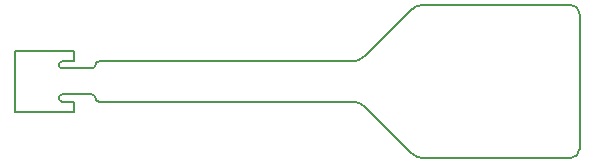
<source format=gm1>
G04 #@! TF.GenerationSoftware,KiCad,Pcbnew,(5.1.6-87-g1447494bc)*
G04 #@! TF.CreationDate,2020-12-18T18:28:38-06:00*
G04 #@! TF.ProjectId,mff2-to-4ffnano,6d666632-2d74-46f2-9d34-66666e616e6f,v1.0*
G04 #@! TF.SameCoordinates,Original*
G04 #@! TF.FileFunction,Profile,NP*
%FSLAX46Y46*%
G04 Gerber Fmt 4.6, Leading zero omitted, Abs format (unit mm)*
G04 Created by KiCad (PCBNEW (5.1.6-87-g1447494bc)) date 2020-12-18 18:28:38*
%MOMM*%
%LPD*%
G01*
G04 APERTURE LIST*
G04 #@! TA.AperFunction,Profile*
%ADD10C,0.150000*%
G04 #@! TD*
G04 APERTURE END LIST*
D10*
X165700000Y-136600000D02*
G75*
G02*
X164900000Y-137400000I-800000J0D01*
G01*
X164900000Y-124400000D02*
G75*
G02*
X165700000Y-125200000I0J-800000D01*
G01*
X152525000Y-137400000D02*
G75*
G02*
X151464341Y-136971930I0J1528069D01*
G01*
X146439340Y-132600000D02*
G75*
G02*
X147499999Y-133028070I0J-1528069D01*
G01*
X151439340Y-124839340D02*
G75*
G02*
X152500000Y-124400000I1060660J-1060660D01*
G01*
X147500000Y-128760660D02*
G75*
G02*
X146439340Y-129200000I-1060660J1060660D01*
G01*
X125000000Y-132600000D02*
X146439340Y-132600000D01*
X125000000Y-129200000D02*
X146439340Y-129200000D01*
X124700000Y-129500000D02*
G75*
G02*
X125000000Y-129200000I300000J0D01*
G01*
X124700000Y-129500000D02*
G75*
G02*
X124400000Y-129800000I-300000J0D01*
G01*
X121900000Y-129800000D02*
X124400000Y-129800000D01*
X121900000Y-129800000D02*
G75*
G02*
X121900000Y-129200000I0J300000D01*
G01*
X125000000Y-132600000D02*
G75*
G02*
X124700000Y-132300000I0J300000D01*
G01*
X124400000Y-132000000D02*
G75*
G02*
X124700000Y-132300000I0J-300000D01*
G01*
X151439340Y-124839340D02*
X147500000Y-128760660D01*
X122900000Y-129200000D02*
X121900000Y-129200000D01*
X121900000Y-132600000D02*
G75*
G02*
X121900000Y-132000000I0J300000D01*
G01*
X122900000Y-132600000D02*
X121900000Y-132600000D01*
X124400000Y-132000000D02*
X121900000Y-132000000D01*
X151464341Y-136971930D02*
X147499999Y-133028070D01*
X122900000Y-133500000D02*
X122900000Y-132600000D01*
X117900000Y-133500000D02*
X122900000Y-133500000D01*
X122900000Y-128300000D02*
X122900000Y-129200000D01*
X117900000Y-128300000D02*
X122900000Y-128300000D01*
X152525000Y-137400000D02*
X164900000Y-137400000D01*
X165700000Y-136600000D02*
X165700000Y-125200000D01*
X164900000Y-124400000D02*
X152500000Y-124400000D01*
X117900000Y-128300000D02*
X117900000Y-133500000D01*
M02*

</source>
